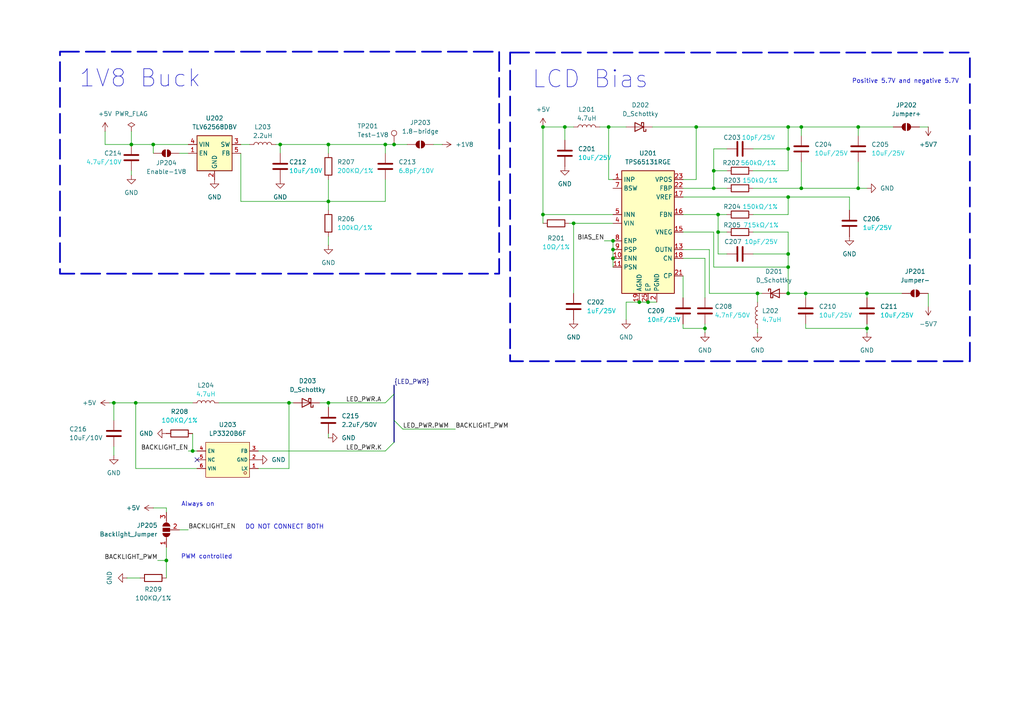
<source format=kicad_sch>
(kicad_sch (version 20231120) (generator "eeschema") (generator_version "8.0")
  (paper "A4")
  (lib_symbols
    (symbol "Connector:TestPoint" (pin_numbers hide) (pin_names (offset 0.762) hide)
      (property "Reference" "TP" (at 0 6.858 0))
      (property "Value" "TestPoint" (at 0 5.08 0))
      (symbol "TestPoint_0_1"
        (circle (center 0 3.302) (radius 0.762))
      )
      (symbol "TestPoint_1_1"
        (pin passive line (at 0 0 90) (length 2.54) (name "1") (number "1"))
      )
    )
    (symbol "Device:C" (pin_numbers hide) (pin_names (offset 0.254))
      (property "Reference" "C" (at 0.635 2.54 0))
      (property "Value" "C" (at 0.635 -2.54 0))
      (symbol "C_0_1"
        (polyline (pts (xy -2.032 -0.762) (xy 2.032 -0.762)) (stroke (width 0.508)))
        (polyline (pts (xy -2.032 0.762) (xy 2.032 0.762)) (stroke (width 0.508)))
      )
      (symbol "C_1_1"
        (pin passive line (at 0 3.81 270) (length 2.794) (name "~") (number "1"))
        (pin passive line (at 0 -3.81 90) (length 2.794) (name "~") (number "2"))
      )
    )
    (symbol "Device:D_Schottky" (pin_numbers hide) (pin_names (offset 1.016) hide)
      (property "Reference" "D" (at 0 2.54 0))
      (property "Value" "D_Schottky" (at 0 -2.54 0))
      (symbol "D_Schottky_0_1"
        (polyline (pts (xy 1.27 0) (xy -1.27 0)))
        (polyline (pts (xy 1.27 1.27) (xy 1.27 -1.27) (xy -1.27 0) (xy 1.27 1.27)) (stroke (width 0.254)))
        (polyline (pts (xy -1.905 0.635) (xy -1.905 1.27) (xy -1.27 1.27) (xy -1.27 -1.27) (xy -0.635 -1.27) (xy -0.635 -0.635)) (stroke (width 0.254)))
      )
      (symbol "D_Schottky_1_1"
        (pin passive line (at -3.81 0 0) (length 2.54) (name "K") (number "1"))
        (pin passive line (at 3.81 0 180) (length 2.54) (name "A") (number "2"))
      )
    )
    (symbol "Device:L" (pin_numbers hide) (pin_names (offset 1.016) hide)
      (property "Reference" "L" (at -1.27 0 90))
      (property "Value" "L" (at 1.905 0 90))
      (symbol "L_0_1"
        (arc (start 0 -2.54) (mid 0.6323 -1.905) (end 0 -1.27))
        (arc (start 0 -1.27) (mid 0.6323 -0.635) (end 0 0))
        (arc (start 0 0) (mid 0.6323 0.635) (end 0 1.27))
        (arc (start 0 1.27) (mid 0.6323 1.905) (end 0 2.54))
      )
      (symbol "L_1_1"
        (pin passive line (at 0 3.81 270) (length 1.27) (name "1") (number "1"))
        (pin passive line (at 0 -3.81 90) (length 1.27) (name "2") (number "2"))
      )
    )
    (symbol "Device:R" (pin_numbers hide) (pin_names (offset 0))
      (property "Reference" "R" (at 2.032 0 90))
      (property "Value" "R" (at 0 0 90))
      (symbol "R_0_1"
        (rectangle (start -1.016 -2.54) (end 1.016 2.54) (stroke (width 0.254)))
      )
      (symbol "R_1_1"
        (pin passive line (at 0 3.81 270) (length 1.27) (name "~") (number "1"))
        (pin passive line (at 0 -3.81 90) (length 1.27) (name "~") (number "2"))
      )
    )
    (symbol "Jumper:SolderJumper_2_Open" (pin_numbers hide) (pin_names (offset 0) hide) (exclude_from_sim yes) (in_bom no)
      (property "Reference" "JP" (at 0 2.032 0))
      (property "Value" "SolderJumper_2_Open" (at 0 -2.54 0))
      (symbol "SolderJumper_2_Open_0_1"
        (arc (start -0.254 1.016) (mid -1.2656 0) (end -0.254 -1.016))
        (arc (start -0.254 1.016) (mid -1.2656 0) (end -0.254 -1.016) (fill (type outline)))
        (polyline (pts (xy -0.254 1.016) (xy -0.254 -1.016)))
        (polyline (pts (xy 0.254 1.016) (xy 0.254 -1.016)))
        (arc (start 0.254 -1.016) (mid 1.2656 0) (end 0.254 1.016))
        (arc (start 0.254 -1.016) (mid 1.2656 0) (end 0.254 1.016) (fill (type outline)))
      )
      (symbol "SolderJumper_2_Open_1_1"
        (pin passive line (at -3.81 0 0) (length 2.54) (name "A") (number "1"))
        (pin passive line (at 3.81 0 180) (length 2.54) (name "B") (number "2"))
      )
    )
    (symbol "Jumper:SolderJumper_3_Open" (pin_names (offset 0) hide) (exclude_from_sim yes) (in_bom no)
      (property "Reference" "JP" (at -2.54 -2.54 0))
      (property "Value" "SolderJumper_3_Open" (at 0 2.794 0))
      (symbol "SolderJumper_3_Open_0_1"
        (arc (start -1.016 1.016) (mid -2.0276 0) (end -1.016 -1.016))
        (arc (start -1.016 1.016) (mid -2.0276 0) (end -1.016 -1.016) (fill (type outline)))
        (rectangle (start -0.508 1.016) (end 0.508 -1.016) (fill (type outline)))
        (polyline (pts (xy -2.54 0) (xy -2.032 0)))
        (polyline (pts (xy -1.016 1.016) (xy -1.016 -1.016)))
        (polyline (pts (xy 0 -1.27) (xy 0 -1.016)))
        (polyline (pts (xy 1.016 1.016) (xy 1.016 -1.016)))
        (polyline (pts (xy 2.54 0) (xy 2.032 0)))
        (arc (start 1.016 -1.016) (mid 2.0276 0) (end 1.016 1.016))
        (arc (start 1.016 -1.016) (mid 2.0276 0) (end 1.016 1.016) (fill (type outline)))
      )
      (symbol "SolderJumper_3_Open_1_1"
        (pin passive line (at -5.08 0 0) (length 2.54) (name "A") (number "1"))
        (pin passive line (at 0 -3.81 90) (length 2.54) (name "C") (number "2"))
        (pin passive line (at 5.08 0 180) (length 2.54) (name "B") (number "3"))
      )
    )
    (symbol "LP3320B6F:LP3320B6F"
      (property "Reference" "U" (at 0 1.27 0))
      (property "Value" "LP3320B6F" (at 0 -2.54 0))
      (symbol "LP3320B6F_0_1"
        (rectangle (start -6.35 5.08) (end 6.35 -5.08) (fill (type background)))
        (circle (center -5.08 3.81) (radius 0.381) (fill (type background)))
        (pin unspecified line (at -8.89 2.54 0) (length 2.54) (name "LX") (number "1"))
        (pin unspecified line (at -8.89 0 0) (length 2.54) (name "GND") (number "2"))
        (pin unspecified line (at -8.89 -2.54 0) (length 2.54) (name "FB") (number "3"))
        (pin unspecified line (at 8.89 -2.54 180) (length 2.54) (name "EN") (number "4"))
        (pin unspecified line (at 8.89 0 180) (length 2.54) (name "NC") (number "5"))
        (pin unspecified line (at 8.89 2.54 180) (length 2.54) (name "VIN") (number "6"))
      )
    )
    (symbol "Regulator_Switching:TLV62568DBV"
      (property "Reference" "U" (at -5.08 6.35 0))
      (property "Value" "TLV62568DBV" (at 0 6.35 0))
      (symbol "TLV62568DBV_0_1"
        (rectangle (start -5.08 5.08) (end 5.08 -5.08) (stroke (width 0.254)) (fill (type background)))
      )
      (symbol "TLV62568DBV_1_1"
        (pin input line (at -7.62 0 0) (length 2.54) (name "EN") (number "1"))
        (pin power_in line (at 0 -7.62 90) (length 2.54) (name "GND") (number "2"))
        (pin power_out line (at 7.62 2.54 180) (length 2.54) (name "SW") (number "3"))
        (pin power_in line (at -7.62 2.54 0) (length 2.54) (name "VIN") (number "4"))
        (pin input line (at 7.62 0 180) (length 2.54) (name "FB") (number "5"))
      )
    )
    (symbol "Regulator_Switching:TPS65131RGE"
      (property "Reference" "U" (at -6.858 21.082 0))
      (property "Value" "TPS65131RGE" (at -1.016 19.05 0))
      (symbol "TPS65131RGE_0_1"
        (rectangle (start -7.62 17.78) (end 7.62 -17.78) (stroke (width 0.254)) (fill (type background)))
      )
      (symbol "TPS65131RGE_1_1"
        (pin input line (at -10.16 15.24 0) (length 2.54) (name "INP") (number "1"))
        (pin input line (at -10.16 -7.62 0) (length 2.54) (name "ENN") (number "10"))
        (pin input line (at -10.16 -10.16 0) (length 2.54) (name "PSN") (number "11"))
        (pin no_connect line (at -7.62 7.62 0) (length 2.54) hide (name "NC") (number "12"))
        (pin output line (at 10.16 -5.08 180) (length 2.54) (name "OUTN") (number "13"))
        (pin passive line (at 10.16 -5.08 180) (length 2.54) hide (name "OUTN") (number "14"))
        (pin input line (at 10.16 0 180) (length 2.54) (name "VNEG") (number "15"))
        (pin input line (at 10.16 5.08 180) (length 2.54) (name "FBN") (number "16"))
        (pin output line (at 10.16 10.16 180) (length 2.54) (name "VREF") (number "17"))
        (pin passive line (at 10.16 -7.62 180) (length 2.54) (name "CN") (number "18"))
        (pin power_in line (at -2.54 -20.32 90) (length 2.54) (name "AGND") (number "19"))
        (pin power_in line (at 2.54 -20.32 90) (length 2.54) (name "PGND") (number "2"))
        (pin no_connect line (at -7.62 10.16 0) (length 2.54) hide (name "NC") (number "20"))
        (pin passive line (at 10.16 -12.7 180) (length 2.54) (name "CP") (number "21"))
        (pin input line (at 10.16 12.7 180) (length 2.54) (name "FBP") (number "22"))
        (pin input line (at 10.16 15.24 180) (length 2.54) (name "VPOS") (number "23"))
        (pin input line (at -10.16 15.24 0) (length 2.54) hide (name "INP") (number "24"))
        (pin passive line (at 0 -20.32 90) (length 2.54) (name "EP") (number "25"))
        (pin passive line (at 2.54 -20.32 90) (length 2.54) hide (name "PGND") (number "3"))
        (pin power_in line (at -10.16 2.54 0) (length 2.54) (name "VIN") (number "4"))
        (pin input line (at -10.16 5.08 0) (length 2.54) (name "INN") (number "5"))
        (pin input line (at -10.16 5.08 0) (length 2.54) hide (name "INN") (number "6"))
        (pin output line (at -10.16 12.7 0) (length 2.54) (name "BSW") (number "7"))
        (pin input line (at -10.16 -2.54 0) (length 2.54) (name "ENP") (number "8"))
        (pin input line (at -10.16 -5.08 0) (length 2.54) (name "PSP") (number "9"))
      )
    )
    (symbol "power:+1V8" (power) (pin_numbers hide) (pin_names (offset 0) hide)
      (property "Value" "+1V8" (at 0 3.556 0))
      (symbol "+1V8_0_1"
        (polyline (pts (xy -0.762 1.27) (xy 0 2.54)))
        (polyline (pts (xy 0 0) (xy 0 2.54)))
        (polyline (pts (xy 0 2.54) (xy 0.762 1.27)))
      )
      (symbol "+1V8_1_1"
        (pin power_in line (at 0 0 90) (length 0) (name "~") (number "1"))
      )
    )
    (symbol "power:+5V" (power) (pin_numbers hide) (pin_names (offset 0) hide)
      (property "Value" "+5V" (at 0 3.556 0))
      (symbol "+5V_0_1"
        (polyline (pts (xy -0.762 1.27) (xy 0 2.54)))
        (polyline (pts (xy 0 0) (xy 0 2.54)))
        (polyline (pts (xy 0 2.54) (xy 0.762 1.27)))
      )
      (symbol "+5V_1_1"
        (pin power_in line (at 0 0 90) (length 0) (name "~") (number "1"))
      )
    )
    (symbol "power:+9V" (power) (pin_numbers hide) (pin_names (offset 0) hide)
      (property "Value" "+9V" (at 0 3.556 0))
      (symbol "+9V_0_1"
        (polyline (pts (xy -0.762 1.27) (xy 0 2.54)))
        (polyline (pts (xy 0 0) (xy 0 2.54)))
        (polyline (pts (xy 0 2.54) (xy 0.762 1.27)))
      )
      (symbol "+9V_1_1"
        (pin power_in line (at 0 0 90) (length 0) (name "~") (number "1"))
      )
    )
    (symbol "power:GND" (power) (pin_numbers hide) (pin_names (offset 0) hide)
      (property "Value" "GND" (at 0 -3.81 0))
      (symbol "GND_0_1"
        (polyline (pts (xy 0 0) (xy 0 -1.27) (xy 1.27 -1.27) (xy 0 -2.54) (xy -1.27 -1.27) (xy 0 -1.27)))
      )
      (symbol "GND_1_1"
        (pin power_in line (at 0 0 270) (length 0) (name "~") (number "1"))
      )
    )
    (symbol "power:PWR_FLAG" (power) (pin_numbers hide) (pin_names (offset 0) hide)
      (property "Value" "PWR_FLAG" (at 0 3.81 0))
      (symbol "PWR_FLAG_0_0"
        (pin power_out line (at 0 0 90) (length 0) (name "~") (number "1"))
      )
      (symbol "PWR_FLAG_0_1"
        (polyline (pts (xy 0 0) (xy 0 1.27) (xy -1.016 1.905) (xy 0 2.54) (xy 1.016 1.905) (xy 0 1.27)))
      )
    )
  )
  (junction (at 233.68 85.09))
  (junction (at 38.1 41.91))
  (junction (at 44.45 41.91))
  (junction (at 39.37 116.84))
  (junction (at 187.96 87.63))
  (junction (at 228.6 57.15))
  (junction (at 228.6 77.47))
  (junction (at 185.42 87.63))
  (junction (at 251.46 85.09))
  (junction (at 251.46 95.25))
  (junction (at 232.41 36.83))
  (junction (at 204.47 95.25))
  (junction (at 95.25 58.42))
  (junction (at 228.6 85.09))
  (junction (at 81.28 41.91))
  (junction (at 208.28 62.23))
  (junction (at 95.25 116.84))
  (junction (at 55.88 130.81))
  (junction (at 208.28 67.31))
  (junction (at 207.01 54.61))
  (junction (at 177.8 72.39))
  (junction (at 228.6 36.83))
  (junction (at 166.37 64.77))
  (junction (at 228.6 43.18))
  (junction (at 207.01 49.53))
  (junction (at 232.41 54.61))
  (junction (at 83.82 116.84))
  (junction (at 201.93 36.83))
  (junction (at 95.25 41.91))
  (junction (at 48.26 162.56))
  (junction (at 163.83 36.83))
  (junction (at 177.8 74.93))
  (junction (at 157.48 36.83))
  (junction (at 111.76 41.91))
  (junction (at 228.6 73.66))
  (junction (at 248.92 54.61))
  (junction (at 114.3 41.91))
  (junction (at 248.92 36.83))
  (junction (at 176.53 36.83))
  (junction (at 219.71 85.09))
  (junction (at 33.02 116.84))
  (junction (at 177.8 69.85))
  (junction (at 157.48 62.23))
  (no_connect (at 57.15 133.35))
  (bus_entry (at 114.3 121.92) (size 2.54 2.54))
  (bus_entry (at 114.3 128.27) (size -2.54 2.54))
  (bus_entry (at 114.3 114.3) (size -2.54 2.54))
  (wire (pts (xy 228.6 77.47) (xy 228.6 85.09)))
  (wire (pts (xy 207.01 67.31) (xy 207.01 77.47)))
  (wire (pts (xy 204.47 95.25) (xy 204.47 93.98)))
  (wire (pts (xy 44.45 41.91) (xy 54.61 41.91)))
  (wire (pts (xy 218.44 49.53) (xy 228.6 49.53)))
  (wire (pts (xy 63.5 116.84) (xy 83.82 116.84)))
  (wire (pts (xy 95.25 125.73) (xy 95.25 127)))
  (bus (pts (xy 114.3 111.76) (xy 114.3 114.3)))
  (wire (pts (xy 39.37 116.84) (xy 39.37 135.89)))
  (wire (pts (xy 228.6 36.83) (xy 232.41 36.83)))
  (wire (pts (xy 95.25 41.91) (xy 95.25 44.45)))
  (wire (pts (xy 218.44 67.31) (xy 228.6 67.31)))
  (bus (pts (xy 114.3 121.92) (xy 114.3 128.27)))
  (wire (pts (xy 92.71 116.84) (xy 95.25 116.84)))
  (wire (pts (xy 111.76 58.42) (xy 95.25 58.42)))
  (wire (pts (xy 81.28 41.91) (xy 81.28 44.45)))
  (wire (pts (xy 40.64 167.64) (xy 36.83 167.64)))
  (wire (pts (xy 38.1 38.1) (xy 38.1 41.91)))
  (wire (pts (xy 185.42 87.63) (xy 187.96 87.63)))
  (wire (pts (xy 205.74 72.39) (xy 205.74 85.09)))
  (wire (pts (xy 228.6 67.31) (xy 228.6 73.66)))
  (wire (pts (xy 232.41 54.61) (xy 248.92 54.61)))
  (wire (pts (xy 38.1 50.8) (xy 38.1 49.53)))
  (wire (pts (xy 219.71 96.52) (xy 219.71 95.25)))
  (wire (pts (xy 181.61 87.63) (xy 185.42 87.63)))
  (wire (pts (xy 228.6 43.18) (xy 228.6 36.83)))
  (wire (pts (xy 176.53 52.07) (xy 176.53 36.83)))
  (wire (pts (xy 204.47 74.93) (xy 204.47 86.36)))
  (wire (pts (xy 175.26 69.85) (xy 177.8 69.85)))
  (wire (pts (xy 38.1 41.91) (xy 44.45 41.91)))
  (wire (pts (xy 248.92 36.83) (xy 259.08 36.83)))
  (wire (pts (xy 207.01 49.53) (xy 207.01 54.61)))
  (wire (pts (xy 95.25 52.07) (xy 95.25 58.42)))
  (wire (pts (xy 30.48 38.1) (xy 30.48 41.91)))
  (wire (pts (xy 248.92 46.99) (xy 248.92 54.61)))
  (wire (pts (xy 207.01 54.61) (xy 210.82 54.61)))
  (wire (pts (xy 233.68 85.09) (xy 233.68 86.36)))
  (wire (pts (xy 228.6 57.15) (xy 246.38 57.15)))
  (wire (pts (xy 33.02 129.54) (xy 33.02 132.08)))
  (wire (pts (xy 208.28 62.23) (xy 210.82 62.23)))
  (wire (pts (xy 228.6 43.18) (xy 228.6 49.53)))
  (wire (pts (xy 198.12 67.31) (xy 207.01 67.31)))
  (wire (pts (xy 44.45 147.32) (xy 48.26 147.32)))
  (wire (pts (xy 251.46 93.98) (xy 251.46 95.25)))
  (wire (pts (xy 95.25 58.42) (xy 95.25 60.96)))
  (wire (pts (xy 205.74 85.09) (xy 219.71 85.09)))
  (bus (pts (xy 114.3 114.3) (xy 114.3 121.92)))
  (wire (pts (xy 81.28 41.91) (xy 95.25 41.91)))
  (wire (pts (xy 95.25 118.11) (xy 95.25 116.84)))
  (wire (pts (xy 177.8 69.85) (xy 177.8 72.39)))
  (wire (pts (xy 248.92 54.61) (xy 251.46 54.61)))
  (wire (pts (xy 251.46 85.09) (xy 261.62 85.09)))
  (wire (pts (xy 54.61 130.81) (xy 55.88 130.81)))
  (wire (pts (xy 228.6 62.23) (xy 228.6 57.15)))
  (wire (pts (xy 219.71 85.09) (xy 219.71 87.63)))
  (wire (pts (xy 80.01 41.91) (xy 81.28 41.91)))
  (wire (pts (xy 44.45 41.91) (xy 44.45 44.45)))
  (wire (pts (xy 218.44 62.23) (xy 228.6 62.23)))
  (wire (pts (xy 198.12 62.23) (xy 208.28 62.23)))
  (wire (pts (xy 233.68 85.09) (xy 251.46 85.09)))
  (wire (pts (xy 201.93 36.83) (xy 201.93 52.07)))
  (wire (pts (xy 232.41 36.83) (xy 232.41 39.37)))
  (wire (pts (xy 246.38 57.15) (xy 246.38 60.96)))
  (wire (pts (xy 204.47 96.52) (xy 204.47 95.25)))
  (wire (pts (xy 228.6 73.66) (xy 228.6 77.47)))
  (wire (pts (xy 55.88 130.81) (xy 57.15 130.81)))
  (wire (pts (xy 189.23 36.83) (xy 201.93 36.83)))
  (wire (pts (xy 233.68 95.25) (xy 251.46 95.25)))
  (wire (pts (xy 198.12 80.01) (xy 198.12 86.36)))
  (wire (pts (xy 248.92 36.83) (xy 248.92 39.37)))
  (wire (pts (xy 177.8 62.23) (xy 157.48 62.23)))
  (wire (pts (xy 165.1 64.77) (xy 166.37 64.77)))
  (wire (pts (xy 39.37 135.89) (xy 57.15 135.89)))
  (wire (pts (xy 181.61 87.63) (xy 181.61 92.71)))
  (wire (pts (xy 157.48 62.23) (xy 157.48 36.83)))
  (wire (pts (xy 198.12 72.39) (xy 205.74 72.39)))
  (wire (pts (xy 228.6 85.09) (xy 233.68 85.09)))
  (wire (pts (xy 69.85 44.45) (xy 69.85 58.42)))
  (wire (pts (xy 218.44 54.61) (xy 232.41 54.61)))
  (wire (pts (xy 95.25 68.58) (xy 95.25 71.12)))
  (wire (pts (xy 83.82 135.89) (xy 83.82 116.84)))
  (wire (pts (xy 177.8 52.07) (xy 176.53 52.07)))
  (wire (pts (xy 30.48 41.91) (xy 38.1 41.91)))
  (wire (pts (xy 207.01 43.18) (xy 207.01 49.53)))
  (wire (pts (xy 166.37 64.77) (xy 166.37 85.09)))
  (wire (pts (xy 95.25 116.84) (xy 111.76 116.84)))
  (wire (pts (xy 269.24 85.09) (xy 269.24 88.9)))
  (wire (pts (xy 198.12 95.25) (xy 204.47 95.25)))
  (wire (pts (xy 128.27 41.91) (xy 125.73 41.91)))
  (wire (pts (xy 48.26 147.32) (xy 48.26 148.59)))
  (wire (pts (xy 219.71 85.09) (xy 220.98 85.09)))
  (wire (pts (xy 33.02 116.84) (xy 33.02 121.92)))
  (wire (pts (xy 69.85 58.42) (xy 95.25 58.42)))
  (wire (pts (xy 48.26 162.56) (xy 48.26 167.64)))
  (wire (pts (xy 218.44 43.18) (xy 228.6 43.18)))
  (wire (pts (xy 45.72 162.56) (xy 48.26 162.56)))
  (wire (pts (xy 111.76 41.91) (xy 114.3 41.91)))
  (wire (pts (xy 251.46 95.25) (xy 251.46 96.52)))
  (wire (pts (xy 187.96 87.63) (xy 190.5 87.63)))
  (wire (pts (xy 232.41 36.83) (xy 248.92 36.83)))
  (wire (pts (xy 207.01 49.53) (xy 210.82 49.53)))
  (wire (pts (xy 198.12 74.93) (xy 204.47 74.93)))
  (wire (pts (xy 210.82 67.31) (xy 208.28 67.31)))
  (wire (pts (xy 177.8 74.93) (xy 177.8 77.47)))
  (wire (pts (xy 218.44 73.66) (xy 228.6 73.66)))
  (wire (pts (xy 208.28 73.66) (xy 210.82 73.66)))
  (wire (pts (xy 74.93 135.89) (xy 83.82 135.89)))
  (wire (pts (xy 208.28 67.31) (xy 208.28 73.66)))
  (wire (pts (xy 201.93 52.07) (xy 198.12 52.07)))
  (wire (pts (xy 173.99 36.83) (xy 176.53 36.83)))
  (wire (pts (xy 163.83 36.83) (xy 163.83 40.64)))
  (wire (pts (xy 31.75 116.84) (xy 33.02 116.84)))
  (wire (pts (xy 39.37 116.84) (xy 55.88 116.84)))
  (wire (pts (xy 95.25 41.91) (xy 111.76 41.91)))
  (wire (pts (xy 269.24 36.83) (xy 266.7 36.83)))
  (wire (pts (xy 48.26 158.75) (xy 48.26 162.56)))
  (wire (pts (xy 207.01 77.47) (xy 228.6 77.47)))
  (wire (pts (xy 208.28 67.31) (xy 208.28 62.23)))
  (wire (pts (xy 198.12 57.15) (xy 228.6 57.15)))
  (wire (pts (xy 114.3 41.91) (xy 118.11 41.91)))
  (wire (pts (xy 198.12 93.98) (xy 198.12 95.25)))
  (wire (pts (xy 166.37 64.77) (xy 177.8 64.77)))
  (wire (pts (xy 111.76 52.07) (xy 111.76 58.42)))
  (wire (pts (xy 85.09 116.84) (xy 83.82 116.84)))
  (wire (pts (xy 69.85 41.91) (xy 72.39 41.91)))
  (wire (pts (xy 176.53 36.83) (xy 181.61 36.83)))
  (wire (pts (xy 177.8 72.39) (xy 177.8 74.93)))
  (wire (pts (xy 52.07 44.45) (xy 54.61 44.45)))
  (wire (pts (xy 111.76 41.91) (xy 111.76 44.45)))
  (wire (pts (xy 33.02 116.84) (xy 39.37 116.84)))
  (wire (pts (xy 163.83 36.83) (xy 166.37 36.83)))
  (wire (pts (xy 116.84 124.46) (xy 132.08 124.46)))
  (wire (pts (xy 55.88 125.73) (xy 55.88 130.81)))
  (wire (pts (xy 74.93 130.81) (xy 111.76 130.81)))
  (wire (pts (xy 251.46 85.09) (xy 251.46 86.36)))
  (wire (pts (xy 201.93 36.83) (xy 228.6 36.83)))
  (wire (pts (xy 157.48 36.83) (xy 163.83 36.83)))
  (wire (pts (xy 157.48 62.23) (xy 157.48 64.77)))
  (wire (pts (xy 232.41 46.99) (xy 232.41 54.61)))
  (wire (pts (xy 233.68 93.98) (xy 233.68 95.25)))
  (wire (pts (xy 52.07 153.67) (xy 54.61 153.67)))
  (wire (pts (xy 198.12 54.61) (xy 207.01 54.61)))
  (wire (pts (xy 210.82 43.18) (xy 207.01 43.18)))
  (rectangle (start 147.955 15.24) (end 281.305 104.775) (stroke (width 0.5) (type dash) (color 0 0 194 1)))
  (rectangle (start 17.399 14.986) (end 144.78 79.375) (stroke (width 0.5) (type dash) (color 0 0 194 1)))
  (text "LCD Bias" (at 171.196 23.114 0) (effects (font (size 5 5))))
  (text "Positive 5.7V and negative 5.7V" (at 262.636 23.622 0) (effects (font (size 1.27 1.27))))
  (text "DO NOT CONNECT BOTH" (at 82.55 152.908 0) (effects (font (size 1.27 1.27))))
  (text "PWM controlled" (at 59.944 161.544 0) (effects (font (size 1.27 1.27))))
  (text "1V8 Buck" (at 40.64 22.86 0) (effects (font (size 5 5))))
  (text "Always on" (at 57.404 146.304 0) (effects (font (size 1.27 1.27))))
  (label "BACKLIGHT_EN" (at 54.61 130.81 180))
  (label "LED_PWR.PWM" (at 116.84 124.46 0))
  (label "BACKLIGHT_PWM" (at 132.08 124.46 0))
  (label "LED_PWR.A" (at 100.33 116.84 0))
  (label "BACKLIGHT_PWM" (at 45.72 162.56 180))
  (label "LED_PWR.K" (at 100.33 130.81 0))
  (label "BACKLIGHT_EN" (at 54.61 153.67 0))
  (label "BIAS_EN" (at 175.26 69.85 180))
  (label "{LED_PWR}" (at 114.3 111.76 0))
  (symbol (lib_id "Device:C") (at 214.63 43.18 270) (unit 1)
    (property "Reference" "C203" (at 212.344 39.878 90))
    (property "Value" "10pF/25V" (at 219.964 39.878 90))
    (property "Description" "Unpolarized capacitor" (effects (hide yes)))
  )
  (symbol (lib_id "Jumper:SolderJumper_2_Open") (at 265.43 85.09 0) (unit 1) (exclude_from_sim yes) (in_bom no)
    (property "Reference" "JP201" (at 265.43 78.74 0))
    (property "Value" "Jumper-" (at 265.43 81.28 0))
    (property "Description" "Solder Jumper, 2-pole, open" (effects (hide yes)))
  )
  (symbol (lib_id "Device:C") (at 166.37 88.9 0) (unit 1)
    (property "Reference" "C202" (at 170.18 87.6299 0) (effects (justify left)))
    (property "Value" "1uF/25V" (at 170.18 90.1699 0) (effects (justify left)))
    (property "Description" "Unpolarized capacitor" (effects (hide yes)))
  )
  (symbol (lib_id "power:GND") (at 95.25 71.12 0) (unit 1)
    (property "Reference" "#PWR0216" (effects (hide yes)))
    (property "Value" "GND" (at 95.25 76.2 0))
    (property "Description" "Power symbol creates a global label with name \"GND\" , ground" (effects (hide yes)))
  )
  (symbol (lib_id "Device:C") (at 111.76 48.26 0) (unit 1)
    (property "Reference" "C213" (at 115.57 46.9899 0) (effects (justify left)))
    (property "Value" "6.8pF/10V" (at 115.57 49.5299 0) (effects (justify left)))
    (property "Description" "Unpolarized capacitor" (effects (hide yes)))
  )
  (symbol (lib_id "Device:D_Schottky") (at 88.9 116.84 180) (unit 1)
    (property "Reference" "D203" (at 89.2175 110.49 0))
    (property "Value" "D_Schottky" (at 89.2175 113.03 0))
    (property "Description" "Schottky diode" (effects (hide yes)))
  )
  (symbol (lib_id "Device:C") (at 246.38 64.77 0) (unit 1)
    (property "Reference" "C206" (at 250.19 63.4999 0) (effects (justify left)))
    (property "Value" "1uF/25V" (at 250.19 66.0399 0) (effects (justify left)))
    (property "Description" "Unpolarized capacitor" (effects (hide yes)))
  )
  (symbol (lib_id "Jumper:SolderJumper_2_Open") (at 48.26 44.45 180) (unit 1) (exclude_from_sim yes) (in_bom no)
    (property "Reference" "JP204" (at 48.26 47.244 0))
    (property "Value" "Enable-1V8" (at 48.26 49.784 0))
    (property "Description" "Solder Jumper, 2-pole, open" (effects (hide yes)))
  )
  (symbol (lib_id "Device:R") (at 214.63 49.53 90) (unit 1)
    (property "Reference" "R202" (at 212.09 47.244 90))
    (property "Value" "560kΩ/1%" (at 219.964 47.244 90))
    (property "Description" "Resistor" (effects (hide yes)))
  )
  (symbol (lib_id "Device:C") (at 232.41 43.18 0) (unit 1)
    (property "Reference" "C204" (at 236.22 41.9099 0) (effects (justify left)))
    (property "Value" "10uF/25V" (at 236.22 44.4499 0) (effects (justify left)))
    (property "Description" "Unpolarized capacitor" (effects (hide yes)))
  )
  (symbol (lib_id "power:GND") (at 251.46 54.61 90) (unit 1)
    (property "Reference" "#PWR0205" (effects (hide yes)))
    (property "Value" "GND" (at 255.27 54.6099 90) (effects (justify right)))
    (property "Description" "Power symbol creates a global label with name \"GND\" , ground" (effects (hide yes)))
  )
  (symbol (lib_id "Device:C") (at 95.25 121.92 0) (unit 1)
    (property "Reference" "C215" (at 99.06 120.6499 0) (effects (justify left)))
    (property "Value" "2.2uF/50V" (at 99.06 123.1899 0) (effects (justify left)))
    (property "Description" "Unpolarized capacitor" (effects (hide yes)))
  )
  (symbol (lib_id "power:GND") (at 166.37 92.71 0) (unit 1)
    (property "Reference" "#PWR0202" (effects (hide yes)))
    (property "Value" "GND" (at 166.37 97.79 0))
    (property "Description" "Power symbol creates a global label with name \"GND\" , ground" (effects (hide yes)))
  )
  (symbol (lib_id "Regulator_Switching:TLV62568DBV") (at 62.23 44.45 0) (unit 1)
    (property "Reference" "U202" (at 62.23 34.29 0))
    (property "Value" "TLV62568DBV" (at 62.23 36.83 0))
    (property "Footprint" "Package_TO_SOT_SMD:SOT-23-5" (effects (hide yes)))
    (property "Datasheet" "http://www.ti.com/lit/ds/symlink/tlv62568.pdf" (effects (hide yes)))
    (property "Description" "High Efficiency Synchronous Buck Converter, Adjustable Output 0.6V-5.5V, 1A, SOT-23-5" (effects (hide yes)))
  )
  (symbol (lib_id "Device:R") (at 161.29 64.77 90) (unit 1)
    (property "Reference" "R201" (at 161.29 69.088 90))
    (property "Value" "10Ω/1%" (at 161.29 71.628 90))
    (property "Description" "Resistor" (effects (hide yes)))
  )
  (symbol (lib_id "Device:L") (at 76.2 41.91 90) (unit 1)
    (property "Reference" "L203" (at 76.2 36.83 90))
    (property "Value" "2.2uH" (at 76.2 39.37 90))
    (property "Description" "Inductor" (effects (hide yes)))
  )
  (symbol (lib_id "power:+9V") (at 269.24 36.83 180) (unit 1)
    (property "Reference" "#PWR0210" (effects (hide yes)))
    (property "Value" "+5V7" (at 269.24 41.91 0))
    (property "Description" "Power symbol creates a global label with name \"+9V\"" (effects (hide yes)))
  )
  (symbol (lib_id "power:GND") (at 181.61 92.71 0) (unit 1)
    (property "Reference" "#PWR0203" (effects (hide yes)))
    (property "Value" "GND" (at 181.61 97.79 0))
    (property "Description" "Power symbol creates a global label with name \"GND\" , ground" (effects (hide yes)))
  )
  (symbol (lib_id "Device:R") (at 214.63 67.31 90) (unit 1)
    (property "Reference" "R205" (at 212.344 65.278 90))
    (property "Value" "715kΩ/1%" (at 220.726 65.278 90))
    (property "Description" "Resistor" (effects (hide yes)))
  )
  (symbol (lib_id "power:GND") (at 246.38 68.58 0) (unit 1)
    (property "Reference" "#PWR0206" (effects (hide yes)))
    (property "Value" "GND" (at 246.38 73.66 0))
    (property "Description" "Power symbol creates a global label with name \"GND\" , ground" (effects (hide yes)))
  )
  (symbol (lib_id "power:GND") (at 38.1 50.8 0) (unit 1)
    (property "Reference" "#PWR0217" (effects (hide yes)))
    (property "Value" "GND" (at 38.1 55.88 0))
    (property "Description" "Power symbol creates a global label with name \"GND\" , ground" (effects (hide yes)))
  )
  (symbol (lib_id "power:+1V8") (at 128.27 41.91 270) (unit 1)
    (property "Reference" "#PWR0215" (effects (hide yes)))
    (property "Value" "+1V8" (at 132.08 41.9099 90) (effects (justify left)))
    (property "Description" "Power symbol creates a global label with name \"+1V8\"" (effects (hide yes)))
  )
  (symbol (lib_id "power:GND") (at 251.46 96.52 0) (unit 1)
    (property "Reference" "#PWR0209" (effects (hide yes)))
    (property "Value" "GND" (at 251.46 101.6 0))
    (property "Description" "Power symbol creates a global label with name \"GND\" , ground" (effects (hide yes)))
  )
  (symbol (lib_id "Device:D_Schottky") (at 224.79 85.09 0) (unit 1)
    (property "Reference" "D201" (at 224.4725 78.74 0))
    (property "Value" "D_Schottky" (at 224.4725 81.28 0))
    (property "Description" "Schottky diode" (effects (hide yes)))
  )
  (symbol (lib_id "power:GND") (at 74.93 133.35 90) (unit 1)
    (property "Reference" "#PWR0219" (effects (hide yes)))
    (property "Value" "GND" (at 78.74 133.3499 90) (effects (justify right)))
    (property "Description" "Power symbol creates a global label with name \"GND\" , ground" (effects (hide yes)))
  )
  (symbol (lib_id "Jumper:SolderJumper_3_Open") (at 48.26 153.67 90) (unit 1) (exclude_from_sim yes) (in_bom no)
    (property "Reference" "JP205" (at 45.72 152.3999 90) (effects (justify left)))
    (property "Value" "Backlight_Jumper" (at 45.72 154.9399 90) (effects (justify left)))
    (property "Description" "Solder Jumper, 3-pole, open" (effects (hide yes)))
  )
  (symbol (lib_id "Device:R") (at 44.45 167.64 270) (unit 1)
    (property "Reference" "R209" (at 44.45 170.942 90))
    (property "Value" "100KΩ/1%" (at 44.45 173.482 90))
    (property "Description" "Resistor" (effects (hide yes)))
  )
  (symbol (lib_id "Device:C") (at 233.68 90.17 180) (unit 1)
    (property "Reference" "C210" (at 237.49 88.8999 0) (effects (justify right)))
    (property "Value" "10uF/25V" (at 237.49 91.4399 0) (effects (justify right)))
    (property "Description" "Unpolarized capacitor" (effects (hide yes)))
  )
  (symbol (lib_id "power:GND") (at 219.71 96.52 0) (unit 1)
    (property "Reference" "#PWR0208" (effects (hide yes)))
    (property "Value" "GND" (at 219.71 101.6 0))
    (property "Description" "Power symbol creates a global label with name \"GND\" , ground" (effects (hide yes)))
  )
  (symbol (lib_id "Device:C") (at 251.46 90.17 180) (unit 1)
    (property "Reference" "C211" (at 255.27 88.8999 0) (effects (justify right)))
    (property "Value" "10uF/25V" (at 255.27 91.4399 0) (effects (justify right)))
    (property "Description" "Unpolarized capacitor" (effects (hide yes)))
  )
  (symbol (lib_id "Device:D_Schottky") (at 185.42 36.83 180) (unit 1)
    (property "Reference" "D202" (at 185.7375 30.48 0))
    (property "Value" "D_Schottky" (at 185.7375 33.02 0))
    (property "Description" "Schottky diode" (effects (hide yes)))
  )
  (symbol (lib_id "Device:R") (at 95.25 64.77 0) (unit 1)
    (property "Reference" "R206" (at 97.79 63.4999 0) (effects (justify left)))
    (property "Value" "100kΩ/1%" (at 97.79 66.0399 0) (effects (justify left)))
    (property "Description" "Resistor" (effects (hide yes)))
  )
  (symbol (lib_id "power:+5V") (at 31.75 116.84 90) (unit 1)
    (property "Reference" "#PWR0218" (effects (hide yes)))
    (property "Value" "+5V" (at 27.94 116.8399 90) (effects (justify left)))
    (property "Description" "Power symbol creates a global label with name \"+5V\"" (effects (hide yes)))
  )
  (symbol (lib_id "power:GND") (at 204.47 96.52 0) (unit 1)
    (property "Reference" "#PWR0207" (effects (hide yes)))
    (property "Value" "GND" (at 204.47 101.6 0))
    (property "Description" "Power symbol creates a global label with name \"GND\" , ground" (effects (hide yes)))
  )
  (symbol (lib_id "power:+5V") (at 44.45 147.32 90) (unit 1)
    (property "Reference" "#PWR0222" (effects (hide yes)))
    (property "Value" "+5V" (at 40.64 147.3199 90) (effects (justify left)))
    (property "Description" "Power symbol creates a global label with name \"+5V\"" (effects (hide yes)))
  )
  (symbol (lib_id "Device:R") (at 214.63 54.61 90) (unit 1)
    (property "Reference" "R203" (at 212.344 52.324 90))
    (property "Value" "150kΩ/1%" (at 220.472 52.324 90))
    (property "Description" "Resistor" (effects (hide yes)))
  )
  (symbol (lib_id "power:GND") (at 48.26 125.73 270) (unit 1)
    (property "Reference" "#PWR0220" (effects (hide yes)))
    (property "Value" "GND" (at 44.45 125.7299 90) (effects (justify right)))
    (property "Description" "Power symbol creates a global label with name \"GND\" , ground" (effects (hide yes)))
  )
  (symbol (lib_id "power:+9V") (at 269.24 88.9 180) (unit 1)
    (property "Reference" "#PWR0211" (effects (hide yes)))
    (property "Value" "-5V7" (at 269.24 93.98 0))
    (property "Description" "Power symbol creates a global label with name \"+9V\"" (effects (hide yes)))
  )
  (symbol (lib_id "Device:C") (at 163.83 44.45 180) (unit 1)
    (property "Reference" "C201" (at 167.64 43.1799 0) (effects (justify right)))
    (property "Value" "10uF/25V" (at 167.64 45.7199 0) (effects (justify right)))
    (property "Description" "Unpolarized capacitor" (effects (hide yes)))
  )
  (symbol (lib_id "power:GND") (at 33.02 132.08 0) (unit 1)
    (property "Reference" "#PWR0221" (effects (hide yes)))
    (property "Value" "GND" (at 33.02 137.16 0))
    (property "Description" "Power symbol creates a global label with name \"GND\" , ground" (effects (hide yes)))
  )
  (symbol (lib_id "Regulator_Switching:TPS65131RGE") (at 187.96 67.31 0) (unit 1)
    (property "Reference" "U201" (at 187.96 44.45 0))
    (property "Value" "TPS65131RGE" (at 187.96 46.99 0))
    (property "Footprint" "Package_DFN_QFN:VQFN-24-1EP_4x4mm_P0.5mm_EP2.45x2.45mm_ThermalVias" (effects (hide yes)))
    (property "Datasheet" "http://www.ti.com/lit/ds/symlink/tps65130.pdf" (effects (hide yes)))
    (property "Description" "Split-Rail Converter with Dual, Positive and Negative Outputs (750mA typ, Switch Current Limit 1950mA typ),), 2.7-5.5V, VQFN-24" (effects (hide yes)))
  )
  (symbol (lib_id "Device:C") (at 248.92 43.18 0) (unit 1)
    (property "Reference" "C205" (at 252.73 41.9099 0) (effects (justify left)))
    (property "Value" "10uF/25V" (at 252.73 44.4499 0) (effects (justify left)))
    (property "Description" "Unpolarized capacitor" (effects (hide yes)))
  )
  (symbol (lib_id "power:+5V") (at 157.48 36.83 0) (unit 1)
    (property "Reference" "#PWR0201" (effects (hide yes)))
    (property "Value" "+5V" (at 157.48 31.75 0))
    (property "Description" "Power symbol creates a global label with name \"+5V\"" (effects (hide yes)))
  )
  (symbol (lib_id "power:GND") (at 36.83 167.64 270) (unit 1)
    (property "Reference" "#PWR0223" (effects (hide yes)))
    (property "Value" "GND" (at 31.75 167.64 0))
    (property "Description" "Power symbol creates a global label with name \"GND\" , ground" (effects (hide yes)))
  )
  (symbol (lib_id "power:PWR_FLAG") (at 38.1 38.1 0) (unit 1)
    (property "Reference" "#FLG0201" (effects (hide yes)))
    (property "Value" "PWR_FLAG" (at 38.1 33.02 0))
    (property "Description" "Special symbol for telling ERC where power comes from" (effects (hide yes)))
  )
  (symbol (lib_id "Device:L") (at 219.71 91.44 180) (unit 1)
    (property "Reference" "L202" (at 220.98 90.1699 0) (effects (justify right)))
    (property "Value" "4.7uH" (at 220.98 92.7099 0) (effects (justify right)))
    (property "Description" "Inductor" (effects (hide yes)))
  )
  (symbol (lib_id "power:GND") (at 62.23 52.07 0) (unit 1)
    (property "Reference" "#PWR0212" (effects (hide yes)))
    (property "Value" "GND" (at 62.23 57.15 0))
    (property "Description" "Power symbol creates a global label with name \"GND\" , ground" (effects (hide yes)))
  )
  (symbol (lib_id "Device:L") (at 170.18 36.83 90) (unit 1)
    (property "Reference" "L201" (at 170.18 31.75 90))
    (property "Value" "4.7uH" (at 170.18 34.29 90))
    (property "Description" "Inductor" (effects (hide yes)))
  )
  (symbol (lib_id "Jumper:SolderJumper_2_Open") (at 121.92 41.91 0) (unit 1) (exclude_from_sim yes) (in_bom no)
    (property "Reference" "JP203" (at 121.92 35.56 0))
    (property "Value" "1.8-bridge" (at 121.92 38.1 0))
    (property "Description" "Solder Jumper, 2-pole, open" (effects (hide yes)))
  )
  (symbol (lib_id "Device:C") (at 204.47 90.17 180) (unit 1)
    (property "Reference" "C208" (at 207.264 88.9 0) (effects (justify right)))
    (property "Value" "4.7nF/50V" (at 207.264 91.44 0) (effects (justify right)))
    (property "Description" "Unpolarized capacitor" (effects (hide yes)))
  )
  (symbol (lib_id "Connector:TestPoint") (at 114.3 41.91 0) (unit 1)
    (property "Reference" "TP201" (at 103.632 36.576 0) (effects (justify left)))
    (property "Value" "Test-1V8" (at 103.632 39.116 0) (effects (justify left)))
    (property "Description" "test point" (effects (hide yes)))
  )
  (symbol (lib_id "Device:R") (at 214.63 62.23 90) (unit 1)
    (property "Reference" "R204" (at 212.344 59.944 90))
    (property "Value" "150kΩ/1%" (at 220.472 59.944 90))
    (property "Description" "Resistor" (effects (hide yes)))
  )
  (symbol (lib_id "power:+5V") (at 30.48 38.1 0) (unit 1)
    (property "Reference" "#PWR0213" (effects (hide yes)))
    (property "Value" "+5V" (at 30.48 33.02 0))
    (property "Description" "Power symbol creates a global label with name \"+5V\"" (effects (hide yes)))
  )
  (symbol (lib_id "power:GND") (at 81.28 52.07 0) (unit 1)
    (property "Reference" "#PWR0214" (effects (hide yes)))
    (property "Value" "GND" (at 81.28 57.15 0))
    (property "Description" "Power symbol creates a global label with name \"GND\" , ground" (effects (hide yes)))
  )
  (symbol (lib_id "Device:C") (at 198.12 90.17 180) (unit 1)
    (property "Reference" "C209" (at 187.706 90.17 0) (effects (justify right)))
    (property "Value" "10nF/25V" (at 187.706 92.71 0) (effects (justify right)))
    (property "Description" "Unpolarized capacitor" (effects (hide yes)))
  )
  (symbol (lib_id "Device:C") (at 81.28 48.26 0) (unit 1)
    (property "Reference" "C212" (at 83.82 46.99 0) (effects (justify left)))
    (property "Value" "10uF/10V" (at 83.82 49.53 0) (effects (justify left)))
    (property "Description" "Unpolarized capacitor" (effects (hide yes)))
  )
  (symbol (lib_id "Device:C") (at 38.1 45.72 180) (unit 1)
    (property "Reference" "C214" (at 35.306 44.45 0) (effects (justify left)))
    (property "Value" "4.7uF/10V" (at 35.306 46.99 0) (effects (justify left)))
    (property "Description" "Unpolarized capacitor" (effects (hide yes)))
  )
  (symbol (lib_id "Device:L") (at 59.69 116.84 90) (unit 1)
    (property "Reference" "L204" (at 59.69 111.76 90))
    (property "Value" "4.7uH" (at 59.69 114.3 90))
    (property "Description" "Inductor" (effects (hide yes)))
  )
  (symbol (lib_id "power:GND") (at 163.83 48.26 0) (unit 1)
    (property "Reference" "#PWR0204" (effects (hide yes)))
    (property "Value" "GND" (at 163.83 53.34 0))
    (property "Description" "Power symbol creates a global label with name \"GND\" , ground" (effects (hide yes)))
  )
  (symbol (lib_id "power:GND") (at 95.25 127 90) (unit 1)
    (property "Reference" "#PWR0224" (effects (hide yes)))
    (property "Value" "GND" (at 99.06 126.9999 90) (effects (justify right)))
    (property "Description" "Power symbol creates a global label with name \"GND\" , ground" (effects (hide yes)))
  )
  (symbol (lib_id "Device:C") (at 33.02 125.73 180) (unit 1)
    (property "Reference" "C216" (at 20.066 124.46 0) (effects (justify right)))
    (property "Value" "10uF/10V" (at 20.066 127 0) (effects (justify right)))
    (property "Description" "Unpolarized capacitor" (effects (hide yes)))
  )
  (symbol (lib_id "Device:C") (at 214.63 73.66 90) (unit 1)
    (property "Reference" "C207" (at 212.598 70.104 90))
    (property "Value" "10pF/25V" (at 220.726 70.104 90))
    (property "Description" "Unpolarized capacitor" (effects (hide yes)))
  )
  (symbol (lib_id "Device:R") (at 95.25 48.26 0) (unit 1)
    (property "Reference" "R207" (at 97.79 46.9899 0) (effects (justify left)))
    (property "Value" "200KΩ/1%" (at 97.79 49.5299 0) (effects (justify left)))
    (property "Description" "Resistor" (effects (hide yes)))
  )
  (symbol (lib_id "LP3320B6F:LP3320B6F") (at 66.04 133.35 180) (unit 1)
    (property "Reference" "U203" (at 66.04 123.19 0))
    (property "Value" "LP3320B6F" (at 66.04 125.73 0))
    (property "Footprint" "footprints:SOT-23-6_L2.9-W1.6-P0.95-LS2.8-BL" (effects (hide yes)))
    (property "Datasheet" "https://item.szlcsc.com/169042.html" (effects (hide yes)))
    (property "LCSC" "C387699" (effects (hide yes)))
  )
  (symbol (lib_id "Device:R") (at 52.07 125.73 90) (unit 1)
    (property "Reference" "R208" (at 52.07 119.38 90))
    (property "Value" "100KΩ/1%" (at 52.07 121.92 90))
    (property "Description" "Resistor" (effects (hide yes)))
  )
  (symbol (lib_id "Jumper:SolderJumper_2_Open") (at 262.89 36.83 0) (unit 1) (exclude_from_sim yes) (in_bom no)
    (property "Reference" "JP202" (at 262.89 30.48 0))
    (property "Value" "Jumper+" (at 262.89 33.02 0))
    (property "Description" "Solder Jumper, 2-pole, open" (effects (hide yes)))
  )
)
</source>
